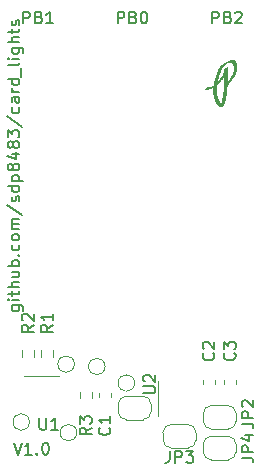
<source format=gbr>
%TF.GenerationSoftware,KiCad,Pcbnew,5.1.9*%
%TF.CreationDate,2021-01-01T13:20:52-05:00*%
%TF.ProjectId,card_lights,63617264-5f6c-4696-9768-74732e6b6963,rev?*%
%TF.SameCoordinates,PX754d4c0PY5e69ec0*%
%TF.FileFunction,Legend,Top*%
%TF.FilePolarity,Positive*%
%FSLAX46Y46*%
G04 Gerber Fmt 4.6, Leading zero omitted, Abs format (unit mm)*
G04 Created by KiCad (PCBNEW 5.1.9) date 2021-01-01 13:20:52*
%MOMM*%
%LPD*%
G01*
G04 APERTURE LIST*
%ADD10C,0.150000*%
%ADD11C,0.010000*%
%ADD12C,0.120000*%
G04 APERTURE END LIST*
D10*
X-22023810Y-42952380D02*
X-21690477Y-43952380D01*
X-21357143Y-42952380D01*
X-20500000Y-43952380D02*
X-21071429Y-43952380D01*
X-20785715Y-43952380D02*
X-20785715Y-42952380D01*
X-20880953Y-43095238D01*
X-20976191Y-43190476D01*
X-21071429Y-43238095D01*
X-20071429Y-43857142D02*
X-20023810Y-43904761D01*
X-20071429Y-43952380D01*
X-20119048Y-43904761D01*
X-20071429Y-43857142D01*
X-20071429Y-43952380D01*
X-19404762Y-42952380D02*
X-19309524Y-42952380D01*
X-19214286Y-43000000D01*
X-19166667Y-43047619D01*
X-19119048Y-43142857D01*
X-19071429Y-43333333D01*
X-19071429Y-43571428D01*
X-19119048Y-43761904D01*
X-19166667Y-43857142D01*
X-19214286Y-43904761D01*
X-19309524Y-43952380D01*
X-19404762Y-43952380D01*
X-19500000Y-43904761D01*
X-19547620Y-43857142D01*
X-19595239Y-43761904D01*
X-19642858Y-43571428D01*
X-19642858Y-43333333D01*
X-19595239Y-43142857D01*
X-19547620Y-43047619D01*
X-19500000Y-43000000D01*
X-19404762Y-42952380D01*
X-5238096Y-7452380D02*
X-5238096Y-6452380D01*
X-4857143Y-6452380D01*
X-4761905Y-6500000D01*
X-4714286Y-6547619D01*
X-4666667Y-6642857D01*
X-4666667Y-6785714D01*
X-4714286Y-6880952D01*
X-4761905Y-6928571D01*
X-4857143Y-6976190D01*
X-5238096Y-6976190D01*
X-3904762Y-6928571D02*
X-3761905Y-6976190D01*
X-3714286Y-7023809D01*
X-3666667Y-7119047D01*
X-3666667Y-7261904D01*
X-3714286Y-7357142D01*
X-3761905Y-7404761D01*
X-3857143Y-7452380D01*
X-4238096Y-7452380D01*
X-4238096Y-6452380D01*
X-3904762Y-6452380D01*
X-3809524Y-6500000D01*
X-3761905Y-6547619D01*
X-3714286Y-6642857D01*
X-3714286Y-6738095D01*
X-3761905Y-6833333D01*
X-3809524Y-6880952D01*
X-3904762Y-6928571D01*
X-4238096Y-6928571D01*
X-3285715Y-6547619D02*
X-3238096Y-6500000D01*
X-3142858Y-6452380D01*
X-2904762Y-6452380D01*
X-2809524Y-6500000D01*
X-2761905Y-6547619D01*
X-2714286Y-6642857D01*
X-2714286Y-6738095D01*
X-2761905Y-6880952D01*
X-3333334Y-7452380D01*
X-2714286Y-7452380D01*
X-13238096Y-7452380D02*
X-13238096Y-6452380D01*
X-12857143Y-6452380D01*
X-12761905Y-6500000D01*
X-12714286Y-6547619D01*
X-12666667Y-6642857D01*
X-12666667Y-6785714D01*
X-12714286Y-6880952D01*
X-12761905Y-6928571D01*
X-12857143Y-6976190D01*
X-13238096Y-6976190D01*
X-11904762Y-6928571D02*
X-11761905Y-6976190D01*
X-11714286Y-7023809D01*
X-11666667Y-7119047D01*
X-11666667Y-7261904D01*
X-11714286Y-7357142D01*
X-11761905Y-7404761D01*
X-11857143Y-7452380D01*
X-12238096Y-7452380D01*
X-12238096Y-6452380D01*
X-11904762Y-6452380D01*
X-11809524Y-6500000D01*
X-11761905Y-6547619D01*
X-11714286Y-6642857D01*
X-11714286Y-6738095D01*
X-11761905Y-6833333D01*
X-11809524Y-6880952D01*
X-11904762Y-6928571D01*
X-12238096Y-6928571D01*
X-11047620Y-6452380D02*
X-10952381Y-6452380D01*
X-10857143Y-6500000D01*
X-10809524Y-6547619D01*
X-10761905Y-6642857D01*
X-10714286Y-6833333D01*
X-10714286Y-7071428D01*
X-10761905Y-7261904D01*
X-10809524Y-7357142D01*
X-10857143Y-7404761D01*
X-10952381Y-7452380D01*
X-11047620Y-7452380D01*
X-11142858Y-7404761D01*
X-11190477Y-7357142D01*
X-11238096Y-7261904D01*
X-11285715Y-7071428D01*
X-11285715Y-6833333D01*
X-11238096Y-6642857D01*
X-11190477Y-6547619D01*
X-11142858Y-6500000D01*
X-11047620Y-6452380D01*
X-21238096Y-7452380D02*
X-21238096Y-6452380D01*
X-20857143Y-6452380D01*
X-20761905Y-6500000D01*
X-20714286Y-6547619D01*
X-20666667Y-6642857D01*
X-20666667Y-6785714D01*
X-20714286Y-6880952D01*
X-20761905Y-6928571D01*
X-20857143Y-6976190D01*
X-21238096Y-6976190D01*
X-19904762Y-6928571D02*
X-19761905Y-6976190D01*
X-19714286Y-7023809D01*
X-19666667Y-7119047D01*
X-19666667Y-7261904D01*
X-19714286Y-7357142D01*
X-19761905Y-7404761D01*
X-19857143Y-7452380D01*
X-20238096Y-7452380D01*
X-20238096Y-6452380D01*
X-19904762Y-6452380D01*
X-19809524Y-6500000D01*
X-19761905Y-6547619D01*
X-19714286Y-6642857D01*
X-19714286Y-6738095D01*
X-19761905Y-6833333D01*
X-19809524Y-6880952D01*
X-19904762Y-6928571D01*
X-20238096Y-6928571D01*
X-18714286Y-7452380D02*
X-19285715Y-7452380D01*
X-19000000Y-7452380D02*
X-19000000Y-6452380D01*
X-19095239Y-6595238D01*
X-19190477Y-6690476D01*
X-19285715Y-6738095D01*
X-22214286Y-31333333D02*
X-21404762Y-31333333D01*
X-21309524Y-31380952D01*
X-21261905Y-31428571D01*
X-21214286Y-31523809D01*
X-21214286Y-31666666D01*
X-21261905Y-31761904D01*
X-21595239Y-31333333D02*
X-21547620Y-31428571D01*
X-21547620Y-31619047D01*
X-21595239Y-31714285D01*
X-21642858Y-31761904D01*
X-21738096Y-31809523D01*
X-22023810Y-31809523D01*
X-22119048Y-31761904D01*
X-22166667Y-31714285D01*
X-22214286Y-31619047D01*
X-22214286Y-31428571D01*
X-22166667Y-31333333D01*
X-21547620Y-30857142D02*
X-22214286Y-30857142D01*
X-22547620Y-30857142D02*
X-22500000Y-30904761D01*
X-22452381Y-30857142D01*
X-22500000Y-30809523D01*
X-22547620Y-30857142D01*
X-22452381Y-30857142D01*
X-22214286Y-30523809D02*
X-22214286Y-30142857D01*
X-22547620Y-30380952D02*
X-21690477Y-30380952D01*
X-21595239Y-30333333D01*
X-21547620Y-30238095D01*
X-21547620Y-30142857D01*
X-21547620Y-29809523D02*
X-22547620Y-29809523D01*
X-21547620Y-29380952D02*
X-22071429Y-29380952D01*
X-22166667Y-29428571D01*
X-22214286Y-29523809D01*
X-22214286Y-29666666D01*
X-22166667Y-29761904D01*
X-22119048Y-29809523D01*
X-22214286Y-28476190D02*
X-21547620Y-28476190D01*
X-22214286Y-28904761D02*
X-21690477Y-28904761D01*
X-21595239Y-28857142D01*
X-21547620Y-28761904D01*
X-21547620Y-28619047D01*
X-21595239Y-28523809D01*
X-21642858Y-28476190D01*
X-21547620Y-28000000D02*
X-22547620Y-28000000D01*
X-22166667Y-28000000D02*
X-22214286Y-27904761D01*
X-22214286Y-27714285D01*
X-22166667Y-27619047D01*
X-22119048Y-27571428D01*
X-22023810Y-27523809D01*
X-21738096Y-27523809D01*
X-21642858Y-27571428D01*
X-21595239Y-27619047D01*
X-21547620Y-27714285D01*
X-21547620Y-27904761D01*
X-21595239Y-28000000D01*
X-21642858Y-27095238D02*
X-21595239Y-27047619D01*
X-21547620Y-27095238D01*
X-21595239Y-27142857D01*
X-21642858Y-27095238D01*
X-21547620Y-27095238D01*
X-21595239Y-26190476D02*
X-21547620Y-26285714D01*
X-21547620Y-26476190D01*
X-21595239Y-26571428D01*
X-21642858Y-26619047D01*
X-21738096Y-26666666D01*
X-22023810Y-26666666D01*
X-22119048Y-26619047D01*
X-22166667Y-26571428D01*
X-22214286Y-26476190D01*
X-22214286Y-26285714D01*
X-22166667Y-26190476D01*
X-21547620Y-25619047D02*
X-21595239Y-25714285D01*
X-21642858Y-25761904D01*
X-21738096Y-25809523D01*
X-22023810Y-25809523D01*
X-22119048Y-25761904D01*
X-22166667Y-25714285D01*
X-22214286Y-25619047D01*
X-22214286Y-25476190D01*
X-22166667Y-25380952D01*
X-22119048Y-25333333D01*
X-22023810Y-25285714D01*
X-21738096Y-25285714D01*
X-21642858Y-25333333D01*
X-21595239Y-25380952D01*
X-21547620Y-25476190D01*
X-21547620Y-25619047D01*
X-21547620Y-24857142D02*
X-22214286Y-24857142D01*
X-22119048Y-24857142D02*
X-22166667Y-24809523D01*
X-22214286Y-24714285D01*
X-22214286Y-24571428D01*
X-22166667Y-24476190D01*
X-22071429Y-24428571D01*
X-21547620Y-24428571D01*
X-22071429Y-24428571D02*
X-22166667Y-24380952D01*
X-22214286Y-24285714D01*
X-22214286Y-24142857D01*
X-22166667Y-24047619D01*
X-22071429Y-24000000D01*
X-21547620Y-24000000D01*
X-22595239Y-22809523D02*
X-21309524Y-23666666D01*
X-21595239Y-22523809D02*
X-21547620Y-22428571D01*
X-21547620Y-22238095D01*
X-21595239Y-22142857D01*
X-21690477Y-22095238D01*
X-21738096Y-22095238D01*
X-21833334Y-22142857D01*
X-21880953Y-22238095D01*
X-21880953Y-22380952D01*
X-21928572Y-22476190D01*
X-22023810Y-22523809D01*
X-22071429Y-22523809D01*
X-22166667Y-22476190D01*
X-22214286Y-22380952D01*
X-22214286Y-22238095D01*
X-22166667Y-22142857D01*
X-21547620Y-21238095D02*
X-22547620Y-21238095D01*
X-21595239Y-21238095D02*
X-21547620Y-21333333D01*
X-21547620Y-21523809D01*
X-21595239Y-21619047D01*
X-21642858Y-21666666D01*
X-21738096Y-21714285D01*
X-22023810Y-21714285D01*
X-22119048Y-21666666D01*
X-22166667Y-21619047D01*
X-22214286Y-21523809D01*
X-22214286Y-21333333D01*
X-22166667Y-21238095D01*
X-22214286Y-20761904D02*
X-21214286Y-20761904D01*
X-22166667Y-20761904D02*
X-22214286Y-20666666D01*
X-22214286Y-20476190D01*
X-22166667Y-20380952D01*
X-22119048Y-20333333D01*
X-22023810Y-20285714D01*
X-21738096Y-20285714D01*
X-21642858Y-20333333D01*
X-21595239Y-20380952D01*
X-21547620Y-20476190D01*
X-21547620Y-20666666D01*
X-21595239Y-20761904D01*
X-22119048Y-19714285D02*
X-22166667Y-19809523D01*
X-22214286Y-19857142D01*
X-22309524Y-19904761D01*
X-22357143Y-19904761D01*
X-22452381Y-19857142D01*
X-22500000Y-19809523D01*
X-22547620Y-19714285D01*
X-22547620Y-19523809D01*
X-22500000Y-19428571D01*
X-22452381Y-19380952D01*
X-22357143Y-19333333D01*
X-22309524Y-19333333D01*
X-22214286Y-19380952D01*
X-22166667Y-19428571D01*
X-22119048Y-19523809D01*
X-22119048Y-19714285D01*
X-22071429Y-19809523D01*
X-22023810Y-19857142D01*
X-21928572Y-19904761D01*
X-21738096Y-19904761D01*
X-21642858Y-19857142D01*
X-21595239Y-19809523D01*
X-21547620Y-19714285D01*
X-21547620Y-19523809D01*
X-21595239Y-19428571D01*
X-21642858Y-19380952D01*
X-21738096Y-19333333D01*
X-21928572Y-19333333D01*
X-22023810Y-19380952D01*
X-22071429Y-19428571D01*
X-22119048Y-19523809D01*
X-22214286Y-18476190D02*
X-21547620Y-18476190D01*
X-22595239Y-18714285D02*
X-21880953Y-18952380D01*
X-21880953Y-18333333D01*
X-22119048Y-17809523D02*
X-22166667Y-17904761D01*
X-22214286Y-17952380D01*
X-22309524Y-18000000D01*
X-22357143Y-18000000D01*
X-22452381Y-17952380D01*
X-22500000Y-17904761D01*
X-22547620Y-17809523D01*
X-22547620Y-17619047D01*
X-22500000Y-17523809D01*
X-22452381Y-17476190D01*
X-22357143Y-17428571D01*
X-22309524Y-17428571D01*
X-22214286Y-17476190D01*
X-22166667Y-17523809D01*
X-22119048Y-17619047D01*
X-22119048Y-17809523D01*
X-22071429Y-17904761D01*
X-22023810Y-17952380D01*
X-21928572Y-18000000D01*
X-21738096Y-18000000D01*
X-21642858Y-17952380D01*
X-21595239Y-17904761D01*
X-21547620Y-17809523D01*
X-21547620Y-17619047D01*
X-21595239Y-17523809D01*
X-21642858Y-17476190D01*
X-21738096Y-17428571D01*
X-21928572Y-17428571D01*
X-22023810Y-17476190D01*
X-22071429Y-17523809D01*
X-22119048Y-17619047D01*
X-22547620Y-17095238D02*
X-22547620Y-16476190D01*
X-22166667Y-16809523D01*
X-22166667Y-16666666D01*
X-22119048Y-16571428D01*
X-22071429Y-16523809D01*
X-21976191Y-16476190D01*
X-21738096Y-16476190D01*
X-21642858Y-16523809D01*
X-21595239Y-16571428D01*
X-21547620Y-16666666D01*
X-21547620Y-16952380D01*
X-21595239Y-17047619D01*
X-21642858Y-17095238D01*
X-22595239Y-15333333D02*
X-21309524Y-16190476D01*
X-21595239Y-14571428D02*
X-21547620Y-14666666D01*
X-21547620Y-14857142D01*
X-21595239Y-14952380D01*
X-21642858Y-15000000D01*
X-21738096Y-15047619D01*
X-22023810Y-15047619D01*
X-22119048Y-15000000D01*
X-22166667Y-14952380D01*
X-22214286Y-14857142D01*
X-22214286Y-14666666D01*
X-22166667Y-14571428D01*
X-21547620Y-13714285D02*
X-22071429Y-13714285D01*
X-22166667Y-13761904D01*
X-22214286Y-13857142D01*
X-22214286Y-14047619D01*
X-22166667Y-14142857D01*
X-21595239Y-13714285D02*
X-21547620Y-13809523D01*
X-21547620Y-14047619D01*
X-21595239Y-14142857D01*
X-21690477Y-14190476D01*
X-21785715Y-14190476D01*
X-21880953Y-14142857D01*
X-21928572Y-14047619D01*
X-21928572Y-13809523D01*
X-21976191Y-13714285D01*
X-21547620Y-13238095D02*
X-22214286Y-13238095D01*
X-22023810Y-13238095D02*
X-22119048Y-13190476D01*
X-22166667Y-13142857D01*
X-22214286Y-13047619D01*
X-22214286Y-12952380D01*
X-21547620Y-12190476D02*
X-22547620Y-12190476D01*
X-21595239Y-12190476D02*
X-21547620Y-12285714D01*
X-21547620Y-12476190D01*
X-21595239Y-12571428D01*
X-21642858Y-12619047D01*
X-21738096Y-12666666D01*
X-22023810Y-12666666D01*
X-22119048Y-12619047D01*
X-22166667Y-12571428D01*
X-22214286Y-12476190D01*
X-22214286Y-12285714D01*
X-22166667Y-12190476D01*
X-21452381Y-11952380D02*
X-21452381Y-11190476D01*
X-21547620Y-10809523D02*
X-21595239Y-10904761D01*
X-21690477Y-10952380D01*
X-22547620Y-10952380D01*
X-21547620Y-10428571D02*
X-22214286Y-10428571D01*
X-22547620Y-10428571D02*
X-22500000Y-10476190D01*
X-22452381Y-10428571D01*
X-22500000Y-10380952D01*
X-22547620Y-10428571D01*
X-22452381Y-10428571D01*
X-22214286Y-9523809D02*
X-21404762Y-9523809D01*
X-21309524Y-9571428D01*
X-21261905Y-9619047D01*
X-21214286Y-9714285D01*
X-21214286Y-9857142D01*
X-21261905Y-9952380D01*
X-21595239Y-9523809D02*
X-21547620Y-9619047D01*
X-21547620Y-9809523D01*
X-21595239Y-9904761D01*
X-21642858Y-9952380D01*
X-21738096Y-10000000D01*
X-22023810Y-10000000D01*
X-22119048Y-9952380D01*
X-22166667Y-9904761D01*
X-22214286Y-9809523D01*
X-22214286Y-9619047D01*
X-22166667Y-9523809D01*
X-21547620Y-9047619D02*
X-22547620Y-9047619D01*
X-21547620Y-8619047D02*
X-22071429Y-8619047D01*
X-22166667Y-8666666D01*
X-22214286Y-8761904D01*
X-22214286Y-8904761D01*
X-22166667Y-9000000D01*
X-22119048Y-9047619D01*
X-22214286Y-8285714D02*
X-22214286Y-7904761D01*
X-22547620Y-8142857D02*
X-21690477Y-8142857D01*
X-21595239Y-8095238D01*
X-21547620Y-8000000D01*
X-21547620Y-7904761D01*
X-21595239Y-7619047D02*
X-21547620Y-7523809D01*
X-21547620Y-7333333D01*
X-21595239Y-7238095D01*
X-21690477Y-7190476D01*
X-21738096Y-7190476D01*
X-21833334Y-7238095D01*
X-21880953Y-7333333D01*
X-21880953Y-7476190D01*
X-21928572Y-7571428D01*
X-22023810Y-7619047D01*
X-22071429Y-7619047D01*
X-22166667Y-7571428D01*
X-22214286Y-7476190D01*
X-22214286Y-7333333D01*
X-22166667Y-7238095D01*
D11*
%TO.C,G\u002A\u002A\u002A*%
G36*
X-3466296Y-10523664D02*
G01*
X-3425472Y-10549956D01*
X-3380557Y-10589756D01*
X-3335215Y-10639783D01*
X-3293111Y-10696757D01*
X-3289942Y-10701596D01*
X-3237924Y-10796413D01*
X-3202204Y-10897216D01*
X-3181304Y-11009045D01*
X-3174774Y-11094681D01*
X-3175931Y-11209248D01*
X-3189351Y-11321581D01*
X-3216082Y-11435794D01*
X-3257175Y-11555997D01*
X-3313681Y-11686303D01*
X-3339399Y-11739296D01*
X-3403142Y-11859769D01*
X-3469658Y-11968976D01*
X-3543043Y-12072659D01*
X-3627388Y-12176559D01*
X-3726789Y-12286419D01*
X-3737715Y-12297955D01*
X-3792769Y-12358485D01*
X-3837070Y-12414305D01*
X-3875927Y-12473053D01*
X-3914651Y-12542367D01*
X-3934247Y-12580633D01*
X-3957622Y-12624872D01*
X-3979290Y-12661823D01*
X-3995978Y-12686075D01*
X-4001495Y-12691794D01*
X-4009026Y-12701978D01*
X-4015039Y-12722308D01*
X-4019996Y-12755972D01*
X-4024357Y-12806161D01*
X-4028584Y-12876065D01*
X-4028834Y-12880773D01*
X-4033688Y-12948189D01*
X-4041691Y-13031408D01*
X-4052058Y-13123477D01*
X-4064000Y-13217445D01*
X-4076734Y-13306362D01*
X-4077639Y-13312248D01*
X-4090148Y-13393988D01*
X-4102316Y-13475023D01*
X-4113381Y-13550149D01*
X-4122578Y-13614168D01*
X-4129143Y-13661879D01*
X-4130285Y-13670658D01*
X-4143089Y-13751564D01*
X-4161502Y-13841748D01*
X-4184028Y-13935662D01*
X-4209171Y-14027758D01*
X-4235436Y-14112490D01*
X-4261327Y-14184307D01*
X-4280713Y-14228632D01*
X-4310409Y-14283915D01*
X-4339266Y-14325083D01*
X-4373292Y-14360074D01*
X-4392630Y-14376523D01*
X-4429640Y-14405430D01*
X-4463939Y-14430118D01*
X-4487868Y-14445106D01*
X-4530568Y-14461064D01*
X-4575794Y-14468573D01*
X-4613668Y-14466261D01*
X-4621557Y-14463689D01*
X-4643321Y-14448701D01*
X-4674997Y-14419703D01*
X-4712553Y-14381086D01*
X-4751955Y-14337245D01*
X-4789170Y-14292573D01*
X-4820166Y-14251462D01*
X-4830525Y-14236057D01*
X-4848826Y-14204654D01*
X-4874156Y-14157334D01*
X-4903907Y-14099162D01*
X-4935471Y-14035206D01*
X-4955910Y-13992537D01*
X-5016514Y-13854433D01*
X-5062370Y-13725957D01*
X-5095319Y-13600669D01*
X-5117198Y-13472130D01*
X-5124929Y-13400546D01*
X-5128833Y-13338905D01*
X-5131107Y-13264076D01*
X-5131833Y-13181398D01*
X-5131093Y-13096210D01*
X-5128969Y-13013852D01*
X-5126462Y-12959565D01*
X-4913234Y-12959565D01*
X-4913208Y-13056142D01*
X-4911925Y-13140773D01*
X-4910033Y-13227831D01*
X-4907951Y-13296215D01*
X-4905234Y-13350342D01*
X-4901437Y-13394627D01*
X-4896114Y-13433487D01*
X-4888821Y-13471336D01*
X-4879113Y-13512592D01*
X-4871372Y-13543030D01*
X-4850126Y-13612845D01*
X-4819555Y-13696534D01*
X-4782257Y-13788201D01*
X-4740834Y-13881947D01*
X-4697886Y-13971875D01*
X-4656012Y-14052088D01*
X-4619834Y-14113548D01*
X-4590926Y-14155324D01*
X-4559168Y-14195820D01*
X-4528077Y-14231180D01*
X-4501169Y-14257548D01*
X-4481961Y-14271067D01*
X-4475773Y-14271525D01*
X-4468102Y-14258303D01*
X-4456307Y-14228401D01*
X-4442503Y-14187372D01*
X-4437359Y-14170648D01*
X-4406873Y-14061729D01*
X-4380752Y-13951428D01*
X-4357529Y-13832846D01*
X-4335738Y-13699086D01*
X-4332567Y-13677725D01*
X-4320329Y-13594307D01*
X-4306300Y-13498512D01*
X-4292010Y-13400816D01*
X-4278993Y-13311693D01*
X-4275955Y-13290864D01*
X-4260688Y-13173613D01*
X-4248224Y-13049301D01*
X-4238421Y-12915177D01*
X-4231134Y-12768486D01*
X-4226222Y-12606478D01*
X-4223542Y-12426400D01*
X-4222909Y-12268873D01*
X-4222909Y-11882626D01*
X-4265543Y-11945972D01*
X-4288917Y-11976592D01*
X-4325887Y-12020034D01*
X-4373439Y-12073081D01*
X-4428559Y-12132516D01*
X-4488233Y-12195120D01*
X-4549447Y-12257676D01*
X-4609188Y-12316966D01*
X-4648254Y-12354555D01*
X-4681603Y-12388368D01*
X-4723145Y-12433721D01*
X-4766880Y-12483936D01*
X-4796873Y-12519983D01*
X-4883828Y-12626994D01*
X-4900517Y-12751111D01*
X-4907003Y-12810978D01*
X-4911203Y-12879153D01*
X-4913234Y-12959565D01*
X-5126462Y-12959565D01*
X-5125542Y-12939661D01*
X-5120893Y-12878979D01*
X-5116410Y-12844095D01*
X-5109088Y-12801416D01*
X-5228839Y-12852065D01*
X-5291531Y-12877191D01*
X-5360296Y-12902548D01*
X-5424398Y-12924258D01*
X-5452500Y-12932869D01*
X-5503676Y-12946287D01*
X-5563155Y-12959645D01*
X-5625754Y-12972038D01*
X-5686290Y-12982562D01*
X-5739581Y-12990310D01*
X-5780444Y-12994378D01*
X-5802784Y-12994057D01*
X-5803414Y-12986766D01*
X-5788353Y-12970651D01*
X-5761780Y-12948653D01*
X-5727875Y-12923711D01*
X-5690818Y-12898764D01*
X-5654788Y-12876753D01*
X-5623965Y-12860617D01*
X-5602673Y-12853314D01*
X-5476945Y-12834676D01*
X-5367126Y-12814241D01*
X-5274677Y-12792396D01*
X-5201055Y-12769531D01*
X-5147718Y-12746034D01*
X-5117740Y-12724108D01*
X-5106003Y-12707511D01*
X-5095853Y-12682916D01*
X-5086213Y-12646394D01*
X-5076009Y-12594018D01*
X-5066619Y-12537451D01*
X-5046075Y-12424955D01*
X-4847520Y-12424955D01*
X-4684624Y-12259745D01*
X-4602415Y-12173881D01*
X-4535060Y-12097309D01*
X-4479074Y-12025293D01*
X-4430969Y-11953098D01*
X-4387258Y-11875988D01*
X-4355724Y-11813046D01*
X-4328945Y-11750524D01*
X-4300134Y-11671902D01*
X-4271381Y-11583799D01*
X-4244778Y-11492834D01*
X-4222415Y-11405625D01*
X-4211889Y-11357787D01*
X-4199295Y-11308591D01*
X-4184555Y-11279135D01*
X-4165594Y-11266070D01*
X-4154136Y-11264636D01*
X-4135142Y-11258305D01*
X-4104348Y-11241708D01*
X-4068446Y-11218455D01*
X-4033770Y-11195357D01*
X-4005659Y-11178795D01*
X-3990075Y-11172277D01*
X-3989904Y-11172273D01*
X-3986309Y-11183291D01*
X-3984092Y-11214331D01*
X-3983181Y-11262366D01*
X-3983506Y-11324372D01*
X-3984996Y-11397324D01*
X-3987579Y-11478198D01*
X-3991185Y-11563969D01*
X-3995744Y-11651612D01*
X-4001184Y-11738101D01*
X-4004095Y-11778409D01*
X-4006949Y-11826180D01*
X-4009398Y-11886519D01*
X-4011418Y-11955994D01*
X-4012988Y-12031175D01*
X-4014084Y-12108630D01*
X-4014683Y-12184930D01*
X-4014764Y-12256642D01*
X-4014303Y-12320336D01*
X-4013278Y-12372581D01*
X-4011666Y-12409946D01*
X-4009445Y-12429000D01*
X-4008406Y-12430727D01*
X-3997391Y-12423132D01*
X-3975631Y-12403431D01*
X-3953565Y-12381659D01*
X-3881982Y-12305072D01*
X-3808956Y-12220520D01*
X-3741669Y-12136524D01*
X-3703330Y-12084740D01*
X-3655569Y-12011275D01*
X-3604728Y-11922413D01*
X-3554186Y-11824925D01*
X-3507321Y-11725584D01*
X-3467511Y-11631162D01*
X-3442321Y-11561598D01*
X-3424634Y-11505449D01*
X-3412369Y-11459551D01*
X-3404306Y-11416515D01*
X-3399224Y-11368954D01*
X-3395904Y-11309481D01*
X-3394488Y-11271943D01*
X-3393287Y-11179639D01*
X-3397599Y-11103403D01*
X-3408634Y-11036614D01*
X-3427606Y-10972653D01*
X-3455726Y-10904901D01*
X-3465499Y-10884153D01*
X-3494278Y-10833671D01*
X-3531491Y-10781643D01*
X-3572630Y-10733267D01*
X-3613185Y-10693738D01*
X-3648646Y-10668254D01*
X-3655826Y-10664834D01*
X-3672453Y-10660408D01*
X-3693116Y-10660476D01*
X-3720220Y-10665909D01*
X-3756174Y-10677577D01*
X-3803385Y-10696351D01*
X-3864260Y-10723098D01*
X-3941207Y-10758691D01*
X-4023330Y-10797640D01*
X-4098401Y-10834465D01*
X-4156293Y-10865382D01*
X-4201299Y-10892984D01*
X-4237709Y-10919863D01*
X-4263927Y-10942961D01*
X-4337492Y-11024182D01*
X-4409644Y-11126850D01*
X-4479458Y-11249326D01*
X-4546008Y-11389972D01*
X-4608368Y-11547148D01*
X-4614038Y-11562872D01*
X-4644677Y-11651982D01*
X-4676585Y-11750903D01*
X-4708637Y-11855606D01*
X-4739710Y-11962065D01*
X-4768679Y-12066251D01*
X-4794420Y-12164138D01*
X-4815810Y-12251699D01*
X-4831725Y-12324905D01*
X-4840131Y-12373000D01*
X-4847520Y-12424955D01*
X-5046075Y-12424955D01*
X-5044015Y-12413679D01*
X-5014021Y-12277895D01*
X-4977987Y-12134579D01*
X-4937263Y-11988214D01*
X-4893199Y-11843280D01*
X-4847145Y-11704259D01*
X-4800451Y-11575634D01*
X-4754467Y-11461884D01*
X-4719713Y-11385864D01*
X-4658059Y-11267946D01*
X-4596723Y-11168982D01*
X-4532371Y-11085122D01*
X-4461670Y-11012519D01*
X-4381284Y-10947326D01*
X-4287879Y-10885694D01*
X-4284469Y-10883636D01*
X-4208141Y-10839197D01*
X-4124127Y-10792892D01*
X-4035292Y-10746070D01*
X-3944499Y-10700078D01*
X-3854612Y-10656264D01*
X-3768494Y-10615976D01*
X-3689010Y-10580561D01*
X-3619022Y-10551367D01*
X-3561395Y-10529741D01*
X-3518992Y-10517032D01*
X-3499362Y-10514159D01*
X-3466296Y-10523664D01*
G37*
X-3466296Y-10523664D02*
X-3425472Y-10549956D01*
X-3380557Y-10589756D01*
X-3335215Y-10639783D01*
X-3293111Y-10696757D01*
X-3289942Y-10701596D01*
X-3237924Y-10796413D01*
X-3202204Y-10897216D01*
X-3181304Y-11009045D01*
X-3174774Y-11094681D01*
X-3175931Y-11209248D01*
X-3189351Y-11321581D01*
X-3216082Y-11435794D01*
X-3257175Y-11555997D01*
X-3313681Y-11686303D01*
X-3339399Y-11739296D01*
X-3403142Y-11859769D01*
X-3469658Y-11968976D01*
X-3543043Y-12072659D01*
X-3627388Y-12176559D01*
X-3726789Y-12286419D01*
X-3737715Y-12297955D01*
X-3792769Y-12358485D01*
X-3837070Y-12414305D01*
X-3875927Y-12473053D01*
X-3914651Y-12542367D01*
X-3934247Y-12580633D01*
X-3957622Y-12624872D01*
X-3979290Y-12661823D01*
X-3995978Y-12686075D01*
X-4001495Y-12691794D01*
X-4009026Y-12701978D01*
X-4015039Y-12722308D01*
X-4019996Y-12755972D01*
X-4024357Y-12806161D01*
X-4028584Y-12876065D01*
X-4028834Y-12880773D01*
X-4033688Y-12948189D01*
X-4041691Y-13031408D01*
X-4052058Y-13123477D01*
X-4064000Y-13217445D01*
X-4076734Y-13306362D01*
X-4077639Y-13312248D01*
X-4090148Y-13393988D01*
X-4102316Y-13475023D01*
X-4113381Y-13550149D01*
X-4122578Y-13614168D01*
X-4129143Y-13661879D01*
X-4130285Y-13670658D01*
X-4143089Y-13751564D01*
X-4161502Y-13841748D01*
X-4184028Y-13935662D01*
X-4209171Y-14027758D01*
X-4235436Y-14112490D01*
X-4261327Y-14184307D01*
X-4280713Y-14228632D01*
X-4310409Y-14283915D01*
X-4339266Y-14325083D01*
X-4373292Y-14360074D01*
X-4392630Y-14376523D01*
X-4429640Y-14405430D01*
X-4463939Y-14430118D01*
X-4487868Y-14445106D01*
X-4530568Y-14461064D01*
X-4575794Y-14468573D01*
X-4613668Y-14466261D01*
X-4621557Y-14463689D01*
X-4643321Y-14448701D01*
X-4674997Y-14419703D01*
X-4712553Y-14381086D01*
X-4751955Y-14337245D01*
X-4789170Y-14292573D01*
X-4820166Y-14251462D01*
X-4830525Y-14236057D01*
X-4848826Y-14204654D01*
X-4874156Y-14157334D01*
X-4903907Y-14099162D01*
X-4935471Y-14035206D01*
X-4955910Y-13992537D01*
X-5016514Y-13854433D01*
X-5062370Y-13725957D01*
X-5095319Y-13600669D01*
X-5117198Y-13472130D01*
X-5124929Y-13400546D01*
X-5128833Y-13338905D01*
X-5131107Y-13264076D01*
X-5131833Y-13181398D01*
X-5131093Y-13096210D01*
X-5128969Y-13013852D01*
X-5126462Y-12959565D01*
X-4913234Y-12959565D01*
X-4913208Y-13056142D01*
X-4911925Y-13140773D01*
X-4910033Y-13227831D01*
X-4907951Y-13296215D01*
X-4905234Y-13350342D01*
X-4901437Y-13394627D01*
X-4896114Y-13433487D01*
X-4888821Y-13471336D01*
X-4879113Y-13512592D01*
X-4871372Y-13543030D01*
X-4850126Y-13612845D01*
X-4819555Y-13696534D01*
X-4782257Y-13788201D01*
X-4740834Y-13881947D01*
X-4697886Y-13971875D01*
X-4656012Y-14052088D01*
X-4619834Y-14113548D01*
X-4590926Y-14155324D01*
X-4559168Y-14195820D01*
X-4528077Y-14231180D01*
X-4501169Y-14257548D01*
X-4481961Y-14271067D01*
X-4475773Y-14271525D01*
X-4468102Y-14258303D01*
X-4456307Y-14228401D01*
X-4442503Y-14187372D01*
X-4437359Y-14170648D01*
X-4406873Y-14061729D01*
X-4380752Y-13951428D01*
X-4357529Y-13832846D01*
X-4335738Y-13699086D01*
X-4332567Y-13677725D01*
X-4320329Y-13594307D01*
X-4306300Y-13498512D01*
X-4292010Y-13400816D01*
X-4278993Y-13311693D01*
X-4275955Y-13290864D01*
X-4260688Y-13173613D01*
X-4248224Y-13049301D01*
X-4238421Y-12915177D01*
X-4231134Y-12768486D01*
X-4226222Y-12606478D01*
X-4223542Y-12426400D01*
X-4222909Y-12268873D01*
X-4222909Y-11882626D01*
X-4265543Y-11945972D01*
X-4288917Y-11976592D01*
X-4325887Y-12020034D01*
X-4373439Y-12073081D01*
X-4428559Y-12132516D01*
X-4488233Y-12195120D01*
X-4549447Y-12257676D01*
X-4609188Y-12316966D01*
X-4648254Y-12354555D01*
X-4681603Y-12388368D01*
X-4723145Y-12433721D01*
X-4766880Y-12483936D01*
X-4796873Y-12519983D01*
X-4883828Y-12626994D01*
X-4900517Y-12751111D01*
X-4907003Y-12810978D01*
X-4911203Y-12879153D01*
X-4913234Y-12959565D01*
X-5126462Y-12959565D01*
X-5125542Y-12939661D01*
X-5120893Y-12878979D01*
X-5116410Y-12844095D01*
X-5109088Y-12801416D01*
X-5228839Y-12852065D01*
X-5291531Y-12877191D01*
X-5360296Y-12902548D01*
X-5424398Y-12924258D01*
X-5452500Y-12932869D01*
X-5503676Y-12946287D01*
X-5563155Y-12959645D01*
X-5625754Y-12972038D01*
X-5686290Y-12982562D01*
X-5739581Y-12990310D01*
X-5780444Y-12994378D01*
X-5802784Y-12994057D01*
X-5803414Y-12986766D01*
X-5788353Y-12970651D01*
X-5761780Y-12948653D01*
X-5727875Y-12923711D01*
X-5690818Y-12898764D01*
X-5654788Y-12876753D01*
X-5623965Y-12860617D01*
X-5602673Y-12853314D01*
X-5476945Y-12834676D01*
X-5367126Y-12814241D01*
X-5274677Y-12792396D01*
X-5201055Y-12769531D01*
X-5147718Y-12746034D01*
X-5117740Y-12724108D01*
X-5106003Y-12707511D01*
X-5095853Y-12682916D01*
X-5086213Y-12646394D01*
X-5076009Y-12594018D01*
X-5066619Y-12537451D01*
X-5046075Y-12424955D01*
X-4847520Y-12424955D01*
X-4684624Y-12259745D01*
X-4602415Y-12173881D01*
X-4535060Y-12097309D01*
X-4479074Y-12025293D01*
X-4430969Y-11953098D01*
X-4387258Y-11875988D01*
X-4355724Y-11813046D01*
X-4328945Y-11750524D01*
X-4300134Y-11671902D01*
X-4271381Y-11583799D01*
X-4244778Y-11492834D01*
X-4222415Y-11405625D01*
X-4211889Y-11357787D01*
X-4199295Y-11308591D01*
X-4184555Y-11279135D01*
X-4165594Y-11266070D01*
X-4154136Y-11264636D01*
X-4135142Y-11258305D01*
X-4104348Y-11241708D01*
X-4068446Y-11218455D01*
X-4033770Y-11195357D01*
X-4005659Y-11178795D01*
X-3990075Y-11172277D01*
X-3989904Y-11172273D01*
X-3986309Y-11183291D01*
X-3984092Y-11214331D01*
X-3983181Y-11262366D01*
X-3983506Y-11324372D01*
X-3984996Y-11397324D01*
X-3987579Y-11478198D01*
X-3991185Y-11563969D01*
X-3995744Y-11651612D01*
X-4001184Y-11738101D01*
X-4004095Y-11778409D01*
X-4006949Y-11826180D01*
X-4009398Y-11886519D01*
X-4011418Y-11955994D01*
X-4012988Y-12031175D01*
X-4014084Y-12108630D01*
X-4014683Y-12184930D01*
X-4014764Y-12256642D01*
X-4014303Y-12320336D01*
X-4013278Y-12372581D01*
X-4011666Y-12409946D01*
X-4009445Y-12429000D01*
X-4008406Y-12430727D01*
X-3997391Y-12423132D01*
X-3975631Y-12403431D01*
X-3953565Y-12381659D01*
X-3881982Y-12305072D01*
X-3808956Y-12220520D01*
X-3741669Y-12136524D01*
X-3703330Y-12084740D01*
X-3655569Y-12011275D01*
X-3604728Y-11922413D01*
X-3554186Y-11824925D01*
X-3507321Y-11725584D01*
X-3467511Y-11631162D01*
X-3442321Y-11561598D01*
X-3424634Y-11505449D01*
X-3412369Y-11459551D01*
X-3404306Y-11416515D01*
X-3399224Y-11368954D01*
X-3395904Y-11309481D01*
X-3394488Y-11271943D01*
X-3393287Y-11179639D01*
X-3397599Y-11103403D01*
X-3408634Y-11036614D01*
X-3427606Y-10972653D01*
X-3455726Y-10904901D01*
X-3465499Y-10884153D01*
X-3494278Y-10833671D01*
X-3531491Y-10781643D01*
X-3572630Y-10733267D01*
X-3613185Y-10693738D01*
X-3648646Y-10668254D01*
X-3655826Y-10664834D01*
X-3672453Y-10660408D01*
X-3693116Y-10660476D01*
X-3720220Y-10665909D01*
X-3756174Y-10677577D01*
X-3803385Y-10696351D01*
X-3864260Y-10723098D01*
X-3941207Y-10758691D01*
X-4023330Y-10797640D01*
X-4098401Y-10834465D01*
X-4156293Y-10865382D01*
X-4201299Y-10892984D01*
X-4237709Y-10919863D01*
X-4263927Y-10942961D01*
X-4337492Y-11024182D01*
X-4409644Y-11126850D01*
X-4479458Y-11249326D01*
X-4546008Y-11389972D01*
X-4608368Y-11547148D01*
X-4614038Y-11562872D01*
X-4644677Y-11651982D01*
X-4676585Y-11750903D01*
X-4708637Y-11855606D01*
X-4739710Y-11962065D01*
X-4768679Y-12066251D01*
X-4794420Y-12164138D01*
X-4815810Y-12251699D01*
X-4831725Y-12324905D01*
X-4840131Y-12373000D01*
X-4847520Y-12424955D01*
X-5046075Y-12424955D01*
X-5044015Y-12413679D01*
X-5014021Y-12277895D01*
X-4977987Y-12134579D01*
X-4937263Y-11988214D01*
X-4893199Y-11843280D01*
X-4847145Y-11704259D01*
X-4800451Y-11575634D01*
X-4754467Y-11461884D01*
X-4719713Y-11385864D01*
X-4658059Y-11267946D01*
X-4596723Y-11168982D01*
X-4532371Y-11085122D01*
X-4461670Y-11012519D01*
X-4381284Y-10947326D01*
X-4287879Y-10885694D01*
X-4284469Y-10883636D01*
X-4208141Y-10839197D01*
X-4124127Y-10792892D01*
X-4035292Y-10746070D01*
X-3944499Y-10700078D01*
X-3854612Y-10656264D01*
X-3768494Y-10615976D01*
X-3689010Y-10580561D01*
X-3619022Y-10551367D01*
X-3561395Y-10529741D01*
X-3518992Y-10517032D01*
X-3499362Y-10514159D01*
X-3466296Y-10523664D01*
D12*
%TO.C,JP4*%
X-6000000Y-43100000D02*
G75*
G02*
X-5300000Y-42400000I700000J0D01*
G01*
X-5300000Y-44400000D02*
G75*
G02*
X-6000000Y-43700000I0J700000D01*
G01*
X-3200000Y-43700000D02*
G75*
G02*
X-3900000Y-44400000I-700000J0D01*
G01*
X-3900000Y-42400000D02*
G75*
G02*
X-3200000Y-43100000I0J-700000D01*
G01*
X-6000000Y-43700000D02*
X-6000000Y-43100000D01*
X-3900000Y-44400000D02*
X-5300000Y-44400000D01*
X-3200000Y-43100000D02*
X-3200000Y-43700000D01*
X-5300000Y-42400000D02*
X-3900000Y-42400000D01*
%TO.C,JP3*%
X-6600000Y-42700000D02*
G75*
G02*
X-7300000Y-43400000I-700000J0D01*
G01*
X-7300000Y-41400000D02*
G75*
G02*
X-6600000Y-42100000I0J-700000D01*
G01*
X-9400000Y-42100000D02*
G75*
G02*
X-8700000Y-41400000I700000J0D01*
G01*
X-8700000Y-43400000D02*
G75*
G02*
X-9400000Y-42700000I0J700000D01*
G01*
X-6600000Y-42100000D02*
X-6600000Y-42700000D01*
X-8700000Y-41400000D02*
X-7300000Y-41400000D01*
X-9400000Y-42700000D02*
X-9400000Y-42100000D01*
X-7300000Y-43400000D02*
X-8700000Y-43400000D01*
%TO.C,JP2*%
X-6000000Y-40500000D02*
G75*
G02*
X-5300000Y-39800000I700000J0D01*
G01*
X-5300000Y-41800000D02*
G75*
G02*
X-6000000Y-41100000I0J700000D01*
G01*
X-3200000Y-41100000D02*
G75*
G02*
X-3900000Y-41800000I-700000J0D01*
G01*
X-3900000Y-39800000D02*
G75*
G02*
X-3200000Y-40500000I0J-700000D01*
G01*
X-6000000Y-41100000D02*
X-6000000Y-40500000D01*
X-3900000Y-41800000D02*
X-5300000Y-41800000D01*
X-3200000Y-40500000D02*
X-3200000Y-41100000D01*
X-5300000Y-39800000D02*
X-3900000Y-39800000D01*
%TO.C,U2*%
X-9810000Y-37700000D02*
X-9810000Y-40650000D01*
%TO.C,U1*%
X-18200000Y-37290000D02*
X-21150000Y-37290000D01*
%TO.C,R1*%
X-19722500Y-35145276D02*
X-19722500Y-35654724D01*
X-18677500Y-35145276D02*
X-18677500Y-35654724D01*
%TO.C,R2*%
X-20277500Y-35145276D02*
X-20277500Y-35654724D01*
X-21322500Y-35145276D02*
X-21322500Y-35654724D01*
%TO.C,C1*%
X-14810000Y-39046267D02*
X-14810000Y-38753733D01*
X-13790000Y-39046267D02*
X-13790000Y-38753733D01*
%TO.C,C2*%
X-4990000Y-37946267D02*
X-4990000Y-37653733D01*
X-6010000Y-37946267D02*
X-6010000Y-37653733D01*
%TO.C,R3*%
X-16422500Y-38645276D02*
X-16422500Y-39154724D01*
X-15377500Y-38645276D02*
X-15377500Y-39154724D01*
%TO.C,C3*%
X-3190000Y-37946267D02*
X-3190000Y-37653733D01*
X-4210000Y-37946267D02*
X-4210000Y-37653733D01*
%TO.C,TP1*%
X-14300000Y-36500000D02*
G75*
G03*
X-14300000Y-36500000I-700000J0D01*
G01*
%TO.C,TP2*%
X-16900000Y-36300000D02*
G75*
G03*
X-16900000Y-36300000I-700000J0D01*
G01*
%TO.C,TP3*%
X-20700000Y-41200000D02*
G75*
G03*
X-20700000Y-41200000I-700000J0D01*
G01*
%TO.C,TP4*%
X-16700000Y-42100000D02*
G75*
G03*
X-16700000Y-42100000I-700000J0D01*
G01*
%TO.C,TP5*%
X-11800000Y-37900000D02*
G75*
G03*
X-11800000Y-37900000I-700000J0D01*
G01*
%TO.C,JP1*%
X-12500000Y-39000000D02*
X-11100000Y-39000000D01*
X-10400000Y-39700000D02*
X-10400000Y-40300000D01*
X-11100000Y-41000000D02*
X-12500000Y-41000000D01*
X-13200000Y-40300000D02*
X-13200000Y-39700000D01*
X-11100000Y-39000000D02*
G75*
G02*
X-10400000Y-39700000I0J-700000D01*
G01*
X-10400000Y-40300000D02*
G75*
G02*
X-11100000Y-41000000I-700000J0D01*
G01*
X-12500000Y-41000000D02*
G75*
G02*
X-13200000Y-40300000I0J700000D01*
G01*
X-13200000Y-39700000D02*
G75*
G02*
X-12500000Y-39000000I700000J0D01*
G01*
%TO.C,JP4*%
D10*
X-2747620Y-44233333D02*
X-2033334Y-44233333D01*
X-1890477Y-44280952D01*
X-1795239Y-44376190D01*
X-1747620Y-44519047D01*
X-1747620Y-44614285D01*
X-1747620Y-43757142D02*
X-2747620Y-43757142D01*
X-2747620Y-43376190D01*
X-2700000Y-43280952D01*
X-2652381Y-43233333D01*
X-2557143Y-43185714D01*
X-2414286Y-43185714D01*
X-2319048Y-43233333D01*
X-2271429Y-43280952D01*
X-2223810Y-43376190D01*
X-2223810Y-43757142D01*
X-2414286Y-42328571D02*
X-1747620Y-42328571D01*
X-2795239Y-42566666D02*
X-2080953Y-42804761D01*
X-2080953Y-42185714D01*
%TO.C,JP3*%
X-8833334Y-43652380D02*
X-8833334Y-44366666D01*
X-8880953Y-44509523D01*
X-8976191Y-44604761D01*
X-9119048Y-44652380D01*
X-9214286Y-44652380D01*
X-8357143Y-44652380D02*
X-8357143Y-43652380D01*
X-7976191Y-43652380D01*
X-7880953Y-43700000D01*
X-7833334Y-43747619D01*
X-7785715Y-43842857D01*
X-7785715Y-43985714D01*
X-7833334Y-44080952D01*
X-7880953Y-44128571D01*
X-7976191Y-44176190D01*
X-8357143Y-44176190D01*
X-7452381Y-43652380D02*
X-6833334Y-43652380D01*
X-7166667Y-44033333D01*
X-7023810Y-44033333D01*
X-6928572Y-44080952D01*
X-6880953Y-44128571D01*
X-6833334Y-44223809D01*
X-6833334Y-44461904D01*
X-6880953Y-44557142D01*
X-6928572Y-44604761D01*
X-7023810Y-44652380D01*
X-7309524Y-44652380D01*
X-7404762Y-44604761D01*
X-7452381Y-44557142D01*
%TO.C,JP2*%
X-2747620Y-41333333D02*
X-2033334Y-41333333D01*
X-1890477Y-41380952D01*
X-1795239Y-41476190D01*
X-1747620Y-41619047D01*
X-1747620Y-41714285D01*
X-1747620Y-40857142D02*
X-2747620Y-40857142D01*
X-2747620Y-40476190D01*
X-2700000Y-40380952D01*
X-2652381Y-40333333D01*
X-2557143Y-40285714D01*
X-2414286Y-40285714D01*
X-2319048Y-40333333D01*
X-2271429Y-40380952D01*
X-2223810Y-40476190D01*
X-2223810Y-40857142D01*
X-2652381Y-39904761D02*
X-2700000Y-39857142D01*
X-2747620Y-39761904D01*
X-2747620Y-39523809D01*
X-2700000Y-39428571D01*
X-2652381Y-39380952D01*
X-2557143Y-39333333D01*
X-2461905Y-39333333D01*
X-2319048Y-39380952D01*
X-1747620Y-39952380D01*
X-1747620Y-39333333D01*
%TO.C,U2*%
X-11047620Y-38761904D02*
X-10238096Y-38761904D01*
X-10142858Y-38714285D01*
X-10095239Y-38666666D01*
X-10047620Y-38571428D01*
X-10047620Y-38380952D01*
X-10095239Y-38285714D01*
X-10142858Y-38238095D01*
X-10238096Y-38190476D01*
X-11047620Y-38190476D01*
X-10952381Y-37761904D02*
X-11000000Y-37714285D01*
X-11047620Y-37619047D01*
X-11047620Y-37380952D01*
X-11000000Y-37285714D01*
X-10952381Y-37238095D01*
X-10857143Y-37190476D01*
X-10761905Y-37190476D01*
X-10619048Y-37238095D01*
X-10047620Y-37809523D01*
X-10047620Y-37190476D01*
%TO.C,U1*%
X-19861905Y-40852380D02*
X-19861905Y-41661904D01*
X-19814286Y-41757142D01*
X-19766667Y-41804761D01*
X-19671429Y-41852380D01*
X-19480953Y-41852380D01*
X-19385715Y-41804761D01*
X-19338096Y-41757142D01*
X-19290477Y-41661904D01*
X-19290477Y-40852380D01*
X-18290477Y-41852380D02*
X-18861905Y-41852380D01*
X-18576191Y-41852380D02*
X-18576191Y-40852380D01*
X-18671429Y-40995238D01*
X-18766667Y-41090476D01*
X-18861905Y-41138095D01*
%TO.C,R1*%
X-18747620Y-32966666D02*
X-19223810Y-33300000D01*
X-18747620Y-33538095D02*
X-19747620Y-33538095D01*
X-19747620Y-33157142D01*
X-19700000Y-33061904D01*
X-19652381Y-33014285D01*
X-19557143Y-32966666D01*
X-19414286Y-32966666D01*
X-19319048Y-33014285D01*
X-19271429Y-33061904D01*
X-19223810Y-33157142D01*
X-19223810Y-33538095D01*
X-18747620Y-32014285D02*
X-18747620Y-32585714D01*
X-18747620Y-32300000D02*
X-19747620Y-32300000D01*
X-19604762Y-32395238D01*
X-19509524Y-32490476D01*
X-19461905Y-32585714D01*
%TO.C,R2*%
X-20347620Y-32966666D02*
X-20823810Y-33300000D01*
X-20347620Y-33538095D02*
X-21347620Y-33538095D01*
X-21347620Y-33157142D01*
X-21300000Y-33061904D01*
X-21252381Y-33014285D01*
X-21157143Y-32966666D01*
X-21014286Y-32966666D01*
X-20919048Y-33014285D01*
X-20871429Y-33061904D01*
X-20823810Y-33157142D01*
X-20823810Y-33538095D01*
X-21252381Y-32585714D02*
X-21300000Y-32538095D01*
X-21347620Y-32442857D01*
X-21347620Y-32204761D01*
X-21300000Y-32109523D01*
X-21252381Y-32061904D01*
X-21157143Y-32014285D01*
X-21061905Y-32014285D01*
X-20919048Y-32061904D01*
X-20347620Y-32633333D01*
X-20347620Y-32014285D01*
%TO.C,C1*%
X-13942858Y-41666666D02*
X-13895239Y-41714285D01*
X-13847620Y-41857142D01*
X-13847620Y-41952380D01*
X-13895239Y-42095238D01*
X-13990477Y-42190476D01*
X-14085715Y-42238095D01*
X-14276191Y-42285714D01*
X-14419048Y-42285714D01*
X-14609524Y-42238095D01*
X-14704762Y-42190476D01*
X-14800000Y-42095238D01*
X-14847620Y-41952380D01*
X-14847620Y-41857142D01*
X-14800000Y-41714285D01*
X-14752381Y-41666666D01*
X-13847620Y-40714285D02*
X-13847620Y-41285714D01*
X-13847620Y-41000000D02*
X-14847620Y-41000000D01*
X-14704762Y-41095238D01*
X-14609524Y-41190476D01*
X-14561905Y-41285714D01*
%TO.C,C2*%
X-5142858Y-35366666D02*
X-5095239Y-35414285D01*
X-5047620Y-35557142D01*
X-5047620Y-35652380D01*
X-5095239Y-35795238D01*
X-5190477Y-35890476D01*
X-5285715Y-35938095D01*
X-5476191Y-35985714D01*
X-5619048Y-35985714D01*
X-5809524Y-35938095D01*
X-5904762Y-35890476D01*
X-6000000Y-35795238D01*
X-6047620Y-35652380D01*
X-6047620Y-35557142D01*
X-6000000Y-35414285D01*
X-5952381Y-35366666D01*
X-5952381Y-34985714D02*
X-6000000Y-34938095D01*
X-6047620Y-34842857D01*
X-6047620Y-34604761D01*
X-6000000Y-34509523D01*
X-5952381Y-34461904D01*
X-5857143Y-34414285D01*
X-5761905Y-34414285D01*
X-5619048Y-34461904D01*
X-5047620Y-35033333D01*
X-5047620Y-34414285D01*
%TO.C,R3*%
X-15447620Y-41666666D02*
X-15923810Y-42000000D01*
X-15447620Y-42238095D02*
X-16447620Y-42238095D01*
X-16447620Y-41857142D01*
X-16400000Y-41761904D01*
X-16352381Y-41714285D01*
X-16257143Y-41666666D01*
X-16114286Y-41666666D01*
X-16019048Y-41714285D01*
X-15971429Y-41761904D01*
X-15923810Y-41857142D01*
X-15923810Y-42238095D01*
X-16447620Y-41333333D02*
X-16447620Y-40714285D01*
X-16066667Y-41047619D01*
X-16066667Y-40904761D01*
X-16019048Y-40809523D01*
X-15971429Y-40761904D01*
X-15876191Y-40714285D01*
X-15638096Y-40714285D01*
X-15542858Y-40761904D01*
X-15495239Y-40809523D01*
X-15447620Y-40904761D01*
X-15447620Y-41190476D01*
X-15495239Y-41285714D01*
X-15542858Y-41333333D01*
%TO.C,C3*%
X-3342858Y-35366666D02*
X-3295239Y-35414285D01*
X-3247620Y-35557142D01*
X-3247620Y-35652380D01*
X-3295239Y-35795238D01*
X-3390477Y-35890476D01*
X-3485715Y-35938095D01*
X-3676191Y-35985714D01*
X-3819048Y-35985714D01*
X-4009524Y-35938095D01*
X-4104762Y-35890476D01*
X-4200000Y-35795238D01*
X-4247620Y-35652380D01*
X-4247620Y-35557142D01*
X-4200000Y-35414285D01*
X-4152381Y-35366666D01*
X-4247620Y-35033333D02*
X-4247620Y-34414285D01*
X-3866667Y-34747619D01*
X-3866667Y-34604761D01*
X-3819048Y-34509523D01*
X-3771429Y-34461904D01*
X-3676191Y-34414285D01*
X-3438096Y-34414285D01*
X-3342858Y-34461904D01*
X-3295239Y-34509523D01*
X-3247620Y-34604761D01*
X-3247620Y-34890476D01*
X-3295239Y-34985714D01*
X-3342858Y-35033333D01*
%TD*%
M02*

</source>
